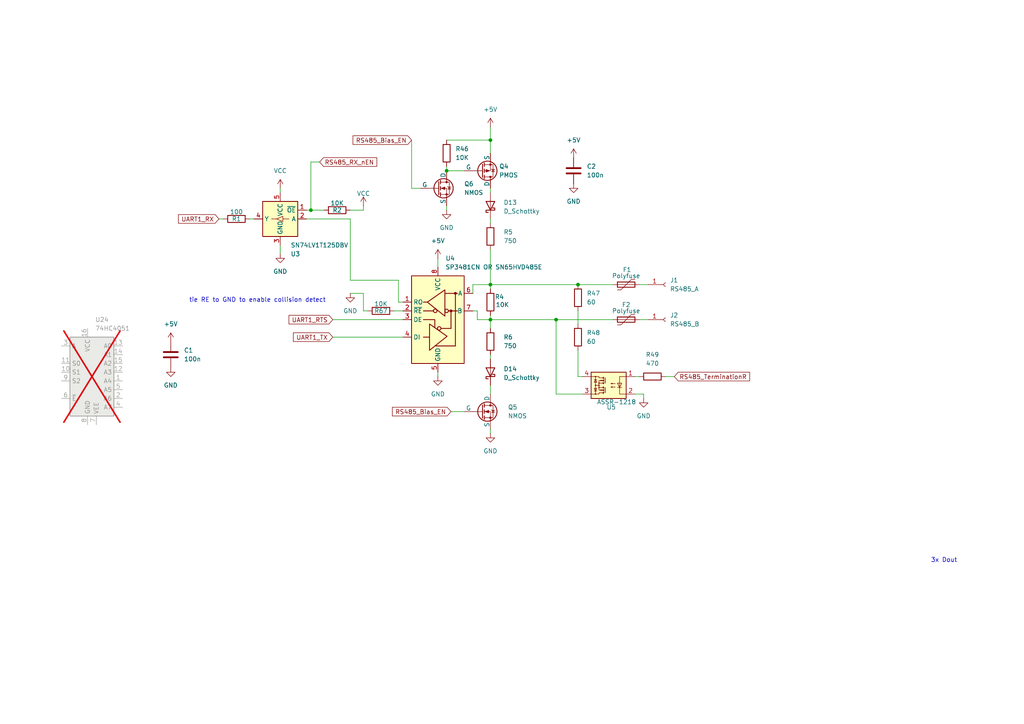
<source format=kicad_sch>
(kicad_sch (version 20231120) (generator "eeschema") (generator_version "8.0")
  (paper "A4")
  (lib_symbols
    (symbol "74xx:74HC4051"
      (property "Reference" "U" (at -5.08 11.43 0))
      (property "Value" "74HC4051" (at -7.62 -13.97 0))
      (symbol "74HC4051_0_1"
        (rectangle (start -5.08 10.16) (end 7.62 -12.7) (stroke (width 0.254)) (fill (type background)))
      )
      (symbol "74HC4051_1_1"
        (pin passive line (at 10.16 -2.54 180) (length 2.54) (name "A4") (number "1"))
        (pin input line (at -7.62 0 0) (length 2.54) (name "S1") (number "10"))
        (pin input line (at -7.62 2.54 0) (length 2.54) (name "S0") (number "11"))
        (pin passive line (at 10.16 0 180) (length 2.54) (name "A3") (number "12"))
        (pin passive line (at 10.16 7.62 180) (length 2.54) (name "A0") (number "13"))
        (pin passive line (at 10.16 5.08 180) (length 2.54) (name "A1") (number "14"))
        (pin passive line (at 10.16 2.54 180) (length 2.54) (name "A2") (number "15"))
        (pin power_in line (at 0 12.7 270) (length 2.54) (name "VCC") (number "16"))
        (pin passive line (at 10.16 -7.62 180) (length 2.54) (name "A6") (number "2"))
        (pin passive line (at -7.62 7.62 0) (length 2.54) (name "A") (number "3"))
        (pin passive line (at 10.16 -10.16 180) (length 2.54) (name "A7") (number "4"))
        (pin passive line (at 10.16 -5.08 180) (length 2.54) (name "A5") (number "5"))
        (pin input line (at -7.62 -7.62 0) (length 2.54) (name "~{E}") (number "6"))
        (pin power_in line (at 2.54 -15.24 90) (length 2.54) (name "VEE") (number "7"))
        (pin power_in line (at 0 -15.24 90) (length 2.54) (name "GND") (number "8"))
        (pin input line (at -7.62 -2.54 0) (length 2.54) (name "S2") (number "9"))
      )
    )
    (symbol "Connector:Conn_01x01_Socket" (pin_names (offset 1.016) hide)
      (property "Reference" "J" (at 0 2.54 0))
      (property "Value" "Conn_01x01_Socket" (at 0 -2.54 0))
      (symbol "Conn_01x01_Socket_1_1"
        (polyline (pts (xy -1.27 0) (xy -0.508 0)) (stroke (width 0.1524)))
        (arc (start 0 0.508) (mid -0.5058 0) (end 0 -0.508) (stroke (width 0.1524)))
        (pin passive line (at -5.08 0 0) (length 3.81) (name "Pin_1") (number "1"))
      )
    )
    (symbol "Device:C" (pin_numbers hide) (pin_names (offset 0.254))
      (property "Reference" "C" (at 0.635 2.54 0))
      (property "Value" "C" (at 0.635 -2.54 0))
      (symbol "C_0_1"
        (polyline (pts (xy -2.032 -0.762) (xy 2.032 -0.762)) (stroke (width 0.508)))
        (polyline (pts (xy -2.032 0.762) (xy 2.032 0.762)) (stroke (width 0.508)))
      )
      (symbol "C_1_1"
        (pin passive line (at 0 3.81 270) (length 2.794) (name "~") (number "1"))
        (pin passive line (at 0 -3.81 90) (length 2.794) (name "~") (number "2"))
      )
    )
    (symbol "Device:D_Schottky" (pin_numbers hide) (pin_names (offset 1.016) hide)
      (property "Reference" "D" (at 0 2.54 0))
      (property "Value" "D_Schottky" (at 0 -2.54 0))
      (symbol "D_Schottky_0_1"
        (polyline (pts (xy 1.27 0) (xy -1.27 0)))
        (polyline (pts (xy 1.27 1.27) (xy 1.27 -1.27) (xy -1.27 0) (xy 1.27 1.27)) (stroke (width 0.254)))
        (polyline (pts (xy -1.905 0.635) (xy -1.905 1.27) (xy -1.27 1.27) (xy -1.27 -1.27) (xy -0.635 -1.27) (xy -0.635 -0.635)) (stroke (width 0.254)))
      )
      (symbol "D_Schottky_1_1"
        (pin passive line (at -3.81 0 0) (length 2.54) (name "K") (number "1"))
        (pin passive line (at 3.81 0 180) (length 2.54) (name "A") (number "2"))
      )
    )
    (symbol "Device:Polyfuse" (pin_numbers hide) (pin_names (offset 0))
      (property "Reference" "F" (at -2.54 0 90))
      (property "Value" "Polyfuse" (at 2.54 0 90))
      (symbol "Polyfuse_0_1"
        (rectangle (start -0.762 2.54) (end 0.762 -2.54) (stroke (width 0.254)))
        (polyline (pts (xy 0 2.54) (xy 0 -2.54)))
        (polyline (pts (xy -1.524 2.54) (xy -1.524 1.524) (xy 1.524 -1.524) (xy 1.524 -2.54)))
      )
      (symbol "Polyfuse_1_1"
        (pin passive line (at 0 3.81 270) (length 1.27) (name "~") (number "1"))
        (pin passive line (at 0 -3.81 90) (length 1.27) (name "~") (number "2"))
      )
    )
    (symbol "Device:R" (pin_numbers hide) (pin_names (offset 0))
      (property "Reference" "R" (at 2.032 0 90))
      (property "Value" "R" (at 0 0 90))
      (symbol "R_0_1"
        (rectangle (start -1.016 -2.54) (end 1.016 2.54) (stroke (width 0.254)))
      )
      (symbol "R_1_1"
        (pin passive line (at 0 3.81 270) (length 1.27) (name "~") (number "1"))
        (pin passive line (at 0 -3.81 90) (length 1.27) (name "~") (number "2"))
      )
    )
    (symbol "Interface_UART:SP3481CN"
      (property "Reference" "U" (at -7.62 8.89 0))
      (property "Value" "SP3481CN" (at 2.54 8.89 0))
      (symbol "SP3481CN_0_1"
        (rectangle (start -7.62 12.7) (end 7.62 -12.7) (stroke (width 0.254)) (fill (type background)))
        (polyline (pts (xy -4.191 2.54) (xy -1.27 2.54)) (stroke (width 0.254)))
        (polyline (pts (xy -2.54 -5.08) (xy -4.191 -5.08)) (stroke (width 0.254)))
        (polyline (pts (xy -0.635 -7.62) (xy 5.08 -7.62)) (stroke (width 0.254)))
        (polyline (pts (xy 0.889 -2.54) (xy 3.81 -2.54)) (stroke (width 0.254)))
        (polyline (pts (xy 2.032 7.62) (xy 5.715 7.62)) (stroke (width 0.254)))
        (polyline (pts (xy 3.048 2.54) (xy 5.715 2.54)) (stroke (width 0.254)))
        (polyline (pts (xy 3.81 -2.54) (xy 3.81 2.54)) (stroke (width 0.254)))
        (polyline (pts (xy 5.08 -7.62) (xy 5.08 7.62)) (stroke (width 0.254)))
        (polyline (pts (xy -4.191 0) (xy -0.889 0) (xy -0.889 -2.286)) (stroke (width 0.254)))
        (polyline (pts (xy -3.175 5.08) (xy -4.191 5.08) (xy -4.064 5.08)) (stroke (width 0.254)))
        (polyline (pts (xy -2.413 -5.08) (xy -2.413 -1.27) (xy 2.667 -4.826) (xy -2.413 -8.89) (xy -2.413 -5.08)) (stroke (width 0.254)))
        (circle (center 0.381 -2.54) (radius 0.508) (stroke (width 0.254)))
        (circle (center 3.81 2.54) (radius 0.2794) (stroke (width 0.254)) (fill (type outline)))
      )
      (symbol "SP3481CN_1_1"
        (circle (center -0.762 2.54) (radius 0.508) (stroke (width 0.254)))
        (polyline (pts (xy 2.032 4.826) (xy 2.032 8.636) (xy -3.048 5.08) (xy 2.032 1.016) (xy 2.032 4.826)) (stroke (width 0.254)))
        (circle (center 2.54 2.54) (radius 0.508) (stroke (width 0.254)))
        (circle (center 5.08 7.62) (radius 0.2794) (stroke (width 0.254)) (fill (type outline)))
        (pin output line (at -10.16 5.08 0) (length 2.54) (name "RO") (number "1"))
        (pin input line (at -10.16 2.54 0) (length 2.54) (name "~{RE}") (number "2"))
        (pin input line (at -10.16 0 0) (length 2.54) (name "DE") (number "3"))
        (pin input line (at -10.16 -5.08 0) (length 2.54) (name "DI") (number "4"))
        (pin power_in line (at 0 -15.24 90) (length 2.54) (name "GND") (number "5"))
        (pin bidirectional line (at 10.16 7.62 180) (length 2.54) (name "A") (number "6"))
        (pin bidirectional line (at 10.16 2.54 180) (length 2.54) (name "B") (number "7"))
        (pin power_in line (at 0 15.24 270) (length 2.54) (name "VCC") (number "8"))
      )
    )
    (symbol "Logic_LevelTranslator:SN74LV1T125DBV"
      (property "Reference" "U" (at 5.08 6.35 0))
      (property "Value" "SN74LV1T125DBV" (at 5.08 3.81 0))
      (symbol "SN74LV1T125DBV_0_1"
        (rectangle (start -5.08 5.08) (end 5.08 -5.08) (stroke (width 0.254)) (fill (type background)))
        (polyline (pts (xy -0.762 0) (xy -2.54 0)))
        (polyline (pts (xy 1.016 0) (xy 2.54 0)))
      )
      (symbol "SN74LV1T125DBV_1_1"
        (polyline (pts (xy -0.762 -0.762) (xy -0.762 0.762) (xy 1.016 0) (xy -0.762 -0.762)))
        (pin input line (at -7.62 2.54 0) (length 2.54) (name "~{OE}") (number "1"))
        (pin input line (at -7.62 0 0) (length 2.54) (name "A") (number "2"))
        (pin power_in line (at 0 -7.62 90) (length 2.54) (name "GND") (number "3"))
        (pin output line (at 7.62 0 180) (length 2.54) (name "Y") (number "4"))
        (pin power_in line (at 0 7.62 270) (length 2.54) (name "VCC") (number "5"))
      )
    )
    (symbol "Relay_SolidState:ASSR-1218"
      (property "Reference" "U" (at -5.08 5.08 0))
      (property "Value" "ASSR-1218" (at 0 5.08 0))
      (symbol "ASSR-1218_0_1"
        (rectangle (start -5.08 3.81) (end 5.08 -3.81) (stroke (width 0.254)) (fill (type background)))
        (polyline (pts (xy -3.81 -0.635) (xy -2.54 -0.635)))
        (polyline (pts (xy 1.016 -0.635) (xy 1.016 -2.159)) (stroke (width 0.2032)))
        (polyline (pts (xy 1.016 2.159) (xy 1.016 0.635)) (stroke (width 0.2032)))
        (polyline (pts (xy 1.524 -0.508) (xy 1.524 -0.762)) (stroke (width 0.3556)))
        (polyline (pts (xy 2.794 0) (xy 3.81 0)))
        (polyline (pts (xy 3.429 -1.651) (xy 4.191 -1.651)))
        (polyline (pts (xy 3.429 1.651) (xy 4.191 1.651)))
        (polyline (pts (xy 3.81 -2.54) (xy 3.81 2.54)))
        (polyline (pts (xy 1.524 -2.032) (xy 1.524 -2.286) (xy 1.524 -2.286)) (stroke (width 0.3556)))
        (polyline (pts (xy 1.524 -1.27) (xy 1.524 -1.524) (xy 1.524 -1.524)) (stroke (width 0.3556)))
        (polyline (pts (xy 1.524 0.762) (xy 1.524 0.508) (xy 1.524 0.508)) (stroke (width 0.3556)))
        (polyline (pts (xy 1.524 1.524) (xy 1.524 1.27) (xy 1.524 1.27)) (stroke (width 0.3556)))
        (polyline (pts (xy 1.524 2.286) (xy 1.524 2.032) (xy 1.524 2.032)) (stroke (width 0.3556)))
        (polyline (pts (xy 1.651 -1.397) (xy 2.794 -1.397) (xy 2.794 -0.635)))
        (polyline (pts (xy 1.651 1.397) (xy 2.794 1.397) (xy 2.794 0.635)))
        (polyline (pts (xy -5.08 2.54) (xy -3.175 2.54) (xy -3.175 -2.54) (xy -5.08 -2.54)))
        (polyline (pts (xy -3.175 -0.635) (xy -3.81 0.635) (xy -2.54 0.635) (xy -3.175 -0.635)))
        (polyline (pts (xy 1.651 -2.159) (xy 2.794 -2.159) (xy 2.794 -2.54) (xy 5.08 -2.54)))
        (polyline (pts (xy 1.651 -0.635) (xy 2.794 -0.635) (xy 2.794 0.635) (xy 1.651 0.635)))
        (polyline (pts (xy 1.651 2.159) (xy 2.794 2.159) (xy 2.794 2.54) (xy 5.08 2.54)))
        (polyline (pts (xy 1.778 -1.397) (xy 2.286 -1.27) (xy 2.286 -1.524) (xy 1.778 -1.397)))
        (polyline (pts (xy 1.778 1.397) (xy 2.286 1.524) (xy 2.286 1.27) (xy 1.778 1.397)))
        (polyline (pts (xy 3.81 -1.651) (xy 3.429 -0.889) (xy 4.191 -0.889) (xy 3.81 -1.651)))
        (polyline (pts (xy 3.81 1.651) (xy 3.429 0.889) (xy 4.191 0.889) (xy 3.81 1.651)))
        (polyline (pts (xy -1.905 -0.508) (xy -0.635 -0.508) (xy -1.016 -0.635) (xy -1.016 -0.381) (xy -0.635 -0.508)))
        (polyline (pts (xy -1.905 0.508) (xy -0.635 0.508) (xy -1.016 0.381) (xy -1.016 0.635) (xy -0.635 0.508)))
        (circle (center 2.794 -0.635) (radius 0.127))
        (circle (center 2.794 0) (radius 0.127))
        (circle (center 2.794 0.635) (radius 0.127))
        (circle (center 3.81 -2.54) (radius 0.127))
        (circle (center 3.81 0) (radius 0.127))
        (circle (center 3.81 2.54) (radius 0.127))
      )
      (symbol "ASSR-1218_1_1"
        (pin passive line (at -7.62 2.54 0) (length 2.54) (name "~") (number "1"))
        (pin passive line (at -7.62 -2.54 0) (length 2.54) (name "~") (number "2"))
        (pin passive line (at 7.62 -2.54 180) (length 2.54) (name "~") (number "3"))
        (pin passive line (at 7.62 2.54 180) (length 2.54) (name "~") (number "4"))
      )
    )
    (symbol "Simulation_SPICE:NMOS" (pin_numbers hide) (pin_names (offset 0))
      (property "Reference" "Q" (at 5.08 1.27 0))
      (property "Value" "NMOS" (at 5.08 -1.27 0))
      (symbol "NMOS_0_1"
        (polyline (pts (xy 0.254 0) (xy -2.54 0)))
        (polyline (pts (xy 0.254 1.905) (xy 0.254 -1.905)) (stroke (width 0.254)))
        (polyline (pts (xy 0.762 -1.27) (xy 0.762 -2.286)) (stroke (width 0.254)))
        (polyline (pts (xy 0.762 0.508) (xy 0.762 -0.508)) (stroke (width 0.254)))
        (polyline (pts (xy 0.762 2.286) (xy 0.762 1.27)) (stroke (width 0.254)))
        (polyline (pts (xy 2.54 2.54) (xy 2.54 1.778)))
        (polyline (pts (xy 2.54 -2.54) (xy 2.54 0) (xy 0.762 0)))
        (polyline (pts (xy 0.762 -1.778) (xy 3.302 -1.778) (xy 3.302 1.778) (xy 0.762 1.778)))
        (polyline (pts (xy 1.016 0) (xy 2.032 0.381) (xy 2.032 -0.381) (xy 1.016 0)) (fill (type outline)))
        (polyline (pts (xy 2.794 0.508) (xy 2.921 0.381) (xy 3.683 0.381) (xy 3.81 0.254)))
        (polyline (pts (xy 3.302 0.381) (xy 2.921 -0.254) (xy 3.683 -0.254) (xy 3.302 0.381)))
        (circle (center 1.651 0) (radius 2.794) (stroke (width 0.254)))
        (circle (center 2.54 -1.778) (radius 0.254) (fill (type outline)))
        (circle (center 2.54 1.778) (radius 0.254) (fill (type outline)))
      )
      (symbol "NMOS_1_1"
        (pin passive line (at 2.54 5.08 270) (length 2.54) (name "D") (number "1"))
        (pin input line (at -5.08 0 0) (length 2.54) (name "G") (number "2"))
        (pin passive line (at 2.54 -5.08 90) (length 2.54) (name "S") (number "3"))
      )
    )
    (symbol "Simulation_SPICE:PMOS" (pin_numbers hide) (pin_names (offset 0))
      (property "Reference" "Q" (at 5.08 1.27 0))
      (property "Value" "PMOS" (at 5.08 -1.27 0))
      (symbol "PMOS_0_1"
        (polyline (pts (xy 0.254 0) (xy -2.54 0)))
        (polyline (pts (xy 0.254 1.905) (xy 0.254 -1.905)) (stroke (width 0.254)))
        (polyline (pts (xy 0.762 -1.27) (xy 0.762 -2.286)) (stroke (width 0.254)))
        (polyline (pts (xy 0.762 0.508) (xy 0.762 -0.508)) (stroke (width 0.254)))
        (polyline (pts (xy 0.762 2.286) (xy 0.762 1.27)) (stroke (width 0.254)))
        (polyline (pts (xy 2.54 2.54) (xy 2.54 1.778)))
        (polyline (pts (xy 2.54 -2.54) (xy 2.54 0) (xy 0.762 0)))
        (polyline (pts (xy 0.762 1.778) (xy 3.302 1.778) (xy 3.302 -1.778) (xy 0.762 -1.778)))
        (polyline (pts (xy 2.286 0) (xy 1.27 0.381) (xy 1.27 -0.381) (xy 2.286 0)) (fill (type outline)))
        (polyline (pts (xy 2.794 -0.508) (xy 2.921 -0.381) (xy 3.683 -0.381) (xy 3.81 -0.254)))
        (polyline (pts (xy 3.302 -0.381) (xy 2.921 0.254) (xy 3.683 0.254) (xy 3.302 -0.381)))
        (circle (center 1.651 0) (radius 2.794) (stroke (width 0.254)))
        (circle (center 2.54 -1.778) (radius 0.254) (fill (type outline)))
        (circle (center 2.54 1.778) (radius 0.254) (fill (type outline)))
      )
      (symbol "PMOS_1_1"
        (pin passive line (at 2.54 5.08 270) (length 2.54) (name "D") (number "1"))
        (pin input line (at -5.08 0 0) (length 2.54) (name "G") (number "2"))
        (pin passive line (at 2.54 -5.08 90) (length 2.54) (name "S") (number "3"))
      )
    )
    (symbol "power:+5V" (power) (pin_numbers hide) (pin_names (offset 0) hide)
      (property "Value" "+5V" (at 0 3.556 0))
      (symbol "+5V_0_1"
        (polyline (pts (xy -0.762 1.27) (xy 0 2.54)))
        (polyline (pts (xy 0 0) (xy 0 2.54)))
        (polyline (pts (xy 0 2.54) (xy 0.762 1.27)))
      )
      (symbol "+5V_1_1"
        (pin power_in line (at 0 0 90) (length 0) (name "~") (number "1"))
      )
    )
    (symbol "power:GND" (power) (pin_numbers hide) (pin_names (offset 0) hide)
      (property "Value" "GND" (at 0 -3.81 0))
      (symbol "GND_0_1"
        (polyline (pts (xy 0 0) (xy 0 -1.27) (xy 1.27 -1.27) (xy 0 -2.54) (xy -1.27 -1.27) (xy 0 -1.27)))
      )
      (symbol "GND_1_1"
        (pin power_in line (at 0 0 270) (length 0) (name "~") (number "1"))
      )
    )
    (symbol "power:VCC" (power) (pin_numbers hide) (pin_names (offset 0) hide)
      (property "Value" "VCC" (at 0 3.556 0))
      (symbol "VCC_0_1"
        (polyline (pts (xy -0.762 1.27) (xy 0 2.54)))
        (polyline (pts (xy 0 0) (xy 0 2.54)))
        (polyline (pts (xy 0 2.54) (xy 0.762 1.27)))
      )
      (symbol "VCC_1_1"
        (pin power_in line (at 0 0 90) (length 0) (name "~") (number "1"))
      )
    )
  )
  (junction (at 142.24 92.71))
  (junction (at 129.54 49.53))
  (junction (at 90.17 60.96))
  (junction (at 142.24 82.55))
  (junction (at 167.64 82.55))
  (junction (at 161.29 92.71))
  (junction (at 142.24 40.64))
  (wire (pts (xy 142.24 92.71) (xy 138.43 92.71)))
  (wire (pts (xy 142.24 102.87) (xy 142.24 104.14)))
  (wire (pts (xy 167.64 109.22) (xy 168.91 109.22)))
  (wire (pts (xy 137.16 85.09) (xy 137.16 82.55)))
  (wire (pts (xy 115.57 87.63) (xy 116.84 87.63)))
  (wire (pts (xy 88.9 60.96) (xy 90.17 60.96)))
  (wire (pts (xy 96.52 92.71) (xy 116.84 92.71)))
  (wire (pts (xy 90.17 46.99) (xy 92.71 46.99)))
  (wire (pts (xy 138.43 90.17) (xy 137.16 90.17)))
  (wire (pts (xy 142.24 111.76) (xy 142.24 114.3)))
  (wire (pts (xy 142.24 63.5) (xy 142.24 64.77)))
  (wire (pts (xy 142.24 72.39) (xy 142.24 82.55)))
  (wire (pts (xy 119.38 40.64) (xy 119.38 54.61)))
  (wire (pts (xy 142.24 36.83) (xy 142.24 40.64)))
  (wire (pts (xy 127 74.93) (xy 127 77.47)))
  (wire (pts (xy 187.96 92.71) (xy 185.42 92.71)))
  (wire (pts (xy 142.24 92.71) (xy 161.29 92.71)))
  (wire (pts (xy 96.52 97.79) (xy 116.84 97.79)))
  (wire (pts (xy 114.3 90.17) (xy 116.84 90.17)))
  (wire (pts (xy 167.64 101.6) (xy 167.64 109.22)))
  (wire (pts (xy 130.81 119.38) (xy 134.62 119.38)))
  (wire (pts (xy 88.9 63.5) (xy 101.6 63.5)))
  (wire (pts (xy 184.15 114.3) (xy 186.69 114.3)))
  (wire (pts (xy 167.64 82.55) (xy 177.8 82.55)))
  (wire (pts (xy 105.41 85.09) (xy 101.6 85.09)))
  (wire (pts (xy 72.39 63.5) (xy 73.66 63.5)))
  (wire (pts (xy 81.28 54.61) (xy 81.28 55.88)))
  (wire (pts (xy 161.29 92.71) (xy 177.8 92.71)))
  (wire (pts (xy 129.54 40.64) (xy 142.24 40.64)))
  (wire (pts (xy 142.24 40.64) (xy 142.24 44.45)))
  (wire (pts (xy 90.17 46.99) (xy 90.17 60.96)))
  (wire (pts (xy 101.6 81.28) (xy 115.57 81.28)))
  (wire (pts (xy 129.54 48.26) (xy 129.54 49.53)))
  (wire (pts (xy 185.42 82.55) (xy 187.96 82.55)))
  (wire (pts (xy 142.24 54.61) (xy 142.24 55.88)))
  (wire (pts (xy 184.15 109.22) (xy 185.42 109.22)))
  (wire (pts (xy 168.91 114.3) (xy 161.29 114.3)))
  (wire (pts (xy 142.24 92.71) (xy 142.24 95.25)))
  (wire (pts (xy 105.41 60.96) (xy 101.6 60.96)))
  (wire (pts (xy 119.38 54.61) (xy 121.92 54.61)))
  (wire (pts (xy 142.24 91.44) (xy 142.24 92.71)))
  (wire (pts (xy 167.64 90.17) (xy 167.64 93.98)))
  (wire (pts (xy 90.17 60.96) (xy 93.98 60.96)))
  (wire (pts (xy 142.24 82.55) (xy 142.24 83.82)))
  (wire (pts (xy 127 107.95) (xy 127 109.22)))
  (wire (pts (xy 63.5 63.5) (xy 64.77 63.5)))
  (wire (pts (xy 161.29 114.3) (xy 161.29 92.71)))
  (wire (pts (xy 193.04 109.22) (xy 195.58 109.22)))
  (wire (pts (xy 138.43 92.71) (xy 138.43 90.17)))
  (wire (pts (xy 142.24 124.46) (xy 142.24 125.73)))
  (wire (pts (xy 142.24 82.55) (xy 167.64 82.55)))
  (wire (pts (xy 105.41 59.69) (xy 105.41 60.96)))
  (wire (pts (xy 106.68 90.17) (xy 105.41 90.17)))
  (wire (pts (xy 137.16 82.55) (xy 142.24 82.55)))
  (wire (pts (xy 115.57 81.28) (xy 115.57 87.63)))
  (wire (pts (xy 105.41 90.17) (xy 105.41 85.09)))
  (wire (pts (xy 186.69 114.3) (xy 186.69 115.57)))
  (wire (pts (xy 101.6 63.5) (xy 101.6 81.28)))
  (wire (pts (xy 129.54 59.69) (xy 129.54 60.96)))
  (wire (pts (xy 129.54 49.53) (xy 134.62 49.53)))
  (wire (pts (xy 81.28 71.12) (xy 81.28 73.66)))
  (text "tie RE to GND to enable collision detect" (at 74.676 87.122 0) (effects (font (size 1.27 1.27))))
  (text "3x Dout" (at 273.812 162.56 0) (effects (font (size 1.27 1.27))))
  (global_label "RS485_Bias_EN" (shape input) (at 130.81 119.38 180) (property "Intersheetrefs" "${INTERSHEET_REFS}" (at 113.2502 119.38 0) (effects (justify right))))
  (global_label "RS485_TerminationR" (shape input) (at 195.58 109.22 0) (property "Intersheetrefs" "${INTERSHEET_REFS}" (at 217.9778 109.22 0) (effects (justify left))))
  (global_label "RS485_RX_nEN" (shape input) (at 92.71 46.99 0) (property "Intersheetrefs" "${INTERSHEET_REFS}" (at 109.8464 46.99 0) (effects (justify left))))
  (global_label "UART1_RTS" (shape input) (at 96.52 92.71 180) (property "Intersheetrefs" "${INTERSHEET_REFS}" (at 83.2539 92.71 0) (effects (justify right))))
  (global_label "RS485_Bias_EN" (shape input) (at 119.38 40.64 180) (property "Intersheetrefs" "${INTERSHEET_REFS}" (at 101.8202 40.64 0) (effects (justify right))))
  (global_label "UART1_RX" (shape input) (at 63.5 63.5 180) (property "Intersheetrefs" "${INTERSHEET_REFS}" (at 51.2015 63.5 0) (effects (justify right))))
  (global_label "UART1_TX" (shape input) (at 96.52 97.79 180) (property "Intersheetrefs" "${INTERSHEET_REFS}" (at 84.5239 97.79 0) (effects (justify right))))
  (symbol (lib_id "Device:C") (at 49.53 102.87 0) (unit 1)
    (property "Reference" "C1" (at 53.34 101.5999 0) (effects (justify left)))
    (property "Value" "100n" (at 53.34 104.1399 0) (effects (justify left)))
    (property "Description" "Unpolarized capacitor" (effects (hide yes)))
  )
  (symbol (lib_id "Simulation_SPICE:NMOS") (at 127 54.61 0) (unit 1)
    (property "Reference" "Q6" (at 134.62 53.3399 0) (effects (justify left)))
    (property "Value" "NMOS" (at 134.62 55.8799 0) (effects (justify left)))
    (property "Datasheet" "https://ngspice.sourceforge.io/docs/ngspice-html-manual/manual.xhtml#cha_MOSFETs" (effects (hide yes)))
    (property "Description" "N-MOSFET transistor, drain/source/gate" (effects (hide yes)))
    (property "Sim.Device" "NMOS" (effects (hide yes)))
    (property "Sim.Type" "VDMOS" (effects (hide yes)))
    (property "Sim.Pins" "1=D 2=G 3=S" (effects (hide yes)))
  )
  (symbol (lib_id "Connector:Conn_01x01_Socket") (at 193.04 82.55 0) (unit 1)
    (property "Reference" "J1" (at 194.31 81.2799 0) (effects (justify left)))
    (property "Value" "RS485_A" (at 194.31 83.8199 0) (effects (justify left)))
    (property "Description" "Generic connector, single row, 01x01, script generated" (effects (hide yes)))
  )
  (symbol (lib_id "power:+5V") (at 49.53 99.06 0) (unit 1)
    (property "Reference" "#PWR01" (effects (hide yes)))
    (property "Value" "+5V" (at 49.53 93.98 0))
    (property "Description" "Power symbol creates a global label with name \"+5V\"" (effects (hide yes)))
  )
  (symbol (lib_id "power:+5V") (at 142.24 36.83 0) (unit 1)
    (property "Reference" "#PWR087" (effects (hide yes)))
    (property "Value" "+5V" (at 142.24 31.75 0))
    (property "Description" "Power symbol creates a global label with name \"+5V\"" (effects (hide yes)))
  )
  (symbol (lib_id "Device:R") (at 97.79 60.96 90) (unit 1)
    (property "Reference" "R2" (at 97.79 60.96 90))
    (property "Value" "10K" (at 97.79 58.928 90))
    (property "Description" "Resistor" (effects (hide yes)))
  )
  (symbol (lib_id "Device:R") (at 167.64 86.36 0) (unit 1)
    (property "Reference" "R47" (at 170.18 85.0899 0) (effects (justify left)))
    (property "Value" "60" (at 170.18 87.6299 0) (effects (justify left)))
    (property "Description" "Resistor" (effects (hide yes)))
  )
  (symbol (lib_id "Interface_UART:SP3481CN") (at 127 92.71 0) (unit 1)
    (property "Reference" "U4" (at 129.1941 74.93 0) (effects (justify left)))
    (property "Value" "SP3481CN OR SN65HVD485E" (at 129.1941 77.47 0) (effects (justify left)))
    (property "Footprint" "Package_SO:SOIC-8_3.9x4.9mm_P1.27mm" (effects (hide yes)))
    (property "Datasheet" "http://www.icbase.com/pdf/SPX/SPX00480106.pdf" (effects (hide yes)))
    (property "Description" "3.3V Low Power Half-Duplex RS-485 Transceiver 10Mbps, SOIC-8" (effects (hide yes)))
  )
  (symbol (lib_id "Device:R") (at 110.49 90.17 90) (unit 1)
    (property "Reference" "R67" (at 110.49 90.17 90))
    (property "Value" "10K" (at 110.49 88.138 90))
    (property "Description" "Resistor" (effects (hide yes)))
  )
  (symbol (lib_id "Device:Polyfuse") (at 181.61 92.71 90) (unit 1)
    (property "Reference" "F2" (at 181.61 88.392 90))
    (property "Value" "Polyfuse" (at 181.61 90.17 90))
    (property "Description" "Resettable fuse, polymeric positive temperature coefficient" (effects (hide yes)))
  )
  (symbol (lib_id "Device:R") (at 129.54 44.45 0) (unit 1)
    (property "Reference" "R46" (at 132.08 43.1799 0) (effects (justify left)))
    (property "Value" "10K" (at 132.08 45.7199 0) (effects (justify left)))
    (property "Description" "Resistor" (effects (hide yes)))
  )
  (symbol (lib_id "Device:R") (at 142.24 99.06 0) (unit 1)
    (property "Reference" "R6" (at 146.05 97.7899 0) (effects (justify left)))
    (property "Value" "750" (at 146.05 100.3299 0) (effects (justify left)))
    (property "Description" "Resistor" (effects (hide yes)))
  )
  (symbol (lib_id "power:VCC") (at 105.41 59.69 0) (unit 1)
    (property "Reference" "#PWR06" (effects (hide yes)))
    (property "Value" "VCC" (at 105.41 56.134 0))
    (property "Description" "Power symbol creates a global label with name \"VCC\"" (effects (hide yes)))
  )
  (symbol (lib_id "Device:R") (at 189.23 109.22 90) (unit 1)
    (property "Reference" "R49" (at 189.23 102.87 90))
    (property "Value" "470" (at 189.23 105.41 90))
    (property "Description" "Resistor" (effects (hide yes)))
  )
  (symbol (lib_id "Simulation_SPICE:PMOS") (at 139.7 49.53 0) (mirror x) (unit 1)
    (property "Reference" "Q4" (at 144.78 48.2599 0) (effects (justify left)))
    (property "Value" "PMOS" (at 144.78 50.7999 0) (effects (justify left)))
    (property "Datasheet" "https://ngspice.sourceforge.io/docs/ngspice-html-manual/manual.xhtml#cha_MOSFETs" (effects (hide yes)))
    (property "Description" "P-MOSFET transistor, drain/source/gate" (effects (hide yes)))
    (property "Sim.Device" "PMOS" (effects (hide yes)))
    (property "Sim.Type" "VDMOS" (effects (hide yes)))
    (property "Sim.Pins" "1=D 2=G 3=S" (effects (hide yes)))
  )
  (symbol (lib_id "power:GND") (at 81.28 73.66 0) (unit 1)
    (property "Reference" "#PWR04" (effects (hide yes)))
    (property "Value" "GND" (at 81.28 78.74 0))
    (property "Description" "Power symbol creates a global label with name \"GND\" , ground" (effects (hide yes)))
  )
  (symbol (lib_id "power:GND") (at 49.53 106.68 0) (unit 1)
    (property "Reference" "#PWR02" (effects (hide yes)))
    (property "Value" "GND" (at 49.53 111.76 0))
    (property "Description" "Power symbol creates a global label with name \"GND\" , ground" (effects (hide yes)))
  )
  (symbol (lib_id "Device:Polyfuse") (at 181.61 82.55 90) (unit 1)
    (property "Reference" "F1" (at 181.864 78.232 90))
    (property "Value" "Polyfuse" (at 181.61 80.01 90))
    (property "Description" "Resettable fuse, polymeric positive temperature coefficient" (effects (hide yes)))
  )
  (symbol (lib_id "power:VCC") (at 81.28 54.61 0) (unit 1)
    (property "Reference" "#PWR03" (effects (hide yes)))
    (property "Value" "VCC" (at 81.28 49.53 0))
    (property "Description" "Power symbol creates a global label with name \"VCC\"" (effects (hide yes)))
  )
  (symbol (lib_id "Simulation_SPICE:NMOS") (at 139.7 119.38 0) (unit 1)
    (property "Reference" "Q5" (at 147.32 118.1099 0) (effects (justify left)))
    (property "Value" "NMOS" (at 147.32 120.6499 0) (effects (justify left)))
    (property "Datasheet" "https://ngspice.sourceforge.io/docs/ngspice-html-manual/manual.xhtml#cha_MOSFETs" (effects (hide yes)))
    (property "Description" "N-MOSFET transistor, drain/source/gate" (effects (hide yes)))
    (property "Sim.Device" "NMOS" (effects (hide yes)))
    (property "Sim.Type" "VDMOS" (effects (hide yes)))
    (property "Sim.Pins" "1=D 2=G 3=S" (effects (hide yes)))
  )
  (symbol (lib_id "Device:R") (at 68.58 63.5 90) (unit 1)
    (property "Reference" "R1" (at 68.58 63.5 90))
    (property "Value" "100" (at 68.58 61.468 90))
    (property "Description" "Resistor" (effects (hide yes)))
  )
  (symbol (lib_id "Device:D_Schottky") (at 142.24 107.95 90) (unit 1)
    (property "Reference" "D14" (at 146.05 106.9974 90) (effects (justify right)))
    (property "Value" "D_Schottky" (at 146.05 109.5374 90) (effects (justify right)))
    (property "Description" "Schottky diode" (effects (hide yes)))
  )
  (symbol (lib_id "74xx:74HC4051") (at 25.4 107.95 0) (unit 1) (dnp yes)
    (property "Reference" "U24" (at 27.5941 92.71 0) (effects (justify left)))
    (property "Value" "74HC4051" (at 27.5941 95.25 0) (effects (justify left)))
    (property "Datasheet" "http://www.ti.com/lit/ds/symlink/cd74hc4051.pdf" (effects (hide yes)))
    (property "Description" "8-channel analog multiplexer/demultiplexer, DIP-16/SOIC-16/TSSOP-16" (effects (hide yes)))
  )
  (symbol (lib_id "Device:D_Schottky") (at 142.24 59.69 90) (unit 1)
    (property "Reference" "D13" (at 146.05 58.7374 90) (effects (justify right)))
    (property "Value" "D_Schottky" (at 146.05 61.2774 90) (effects (justify right)))
    (property "Description" "Schottky diode" (effects (hide yes)))
  )
  (symbol (lib_id "power:GND") (at 186.69 115.57 0) (unit 1)
    (property "Reference" "#PWR090" (effects (hide yes)))
    (property "Value" "GND" (at 186.69 120.65 0))
    (property "Description" "Power symbol creates a global label with name \"GND\" , ground" (effects (hide yes)))
  )
  (symbol (lib_id "power:GND") (at 129.54 60.96 0) (unit 1)
    (property "Reference" "#PWR089" (effects (hide yes)))
    (property "Value" "GND" (at 129.54 66.04 0))
    (property "Description" "Power symbol creates a global label with name \"GND\" , ground" (effects (hide yes)))
  )
  (symbol (lib_id "power:GND") (at 166.37 53.34 0) (unit 1)
    (property "Reference" "#PWR010" (effects (hide yes)))
    (property "Value" "GND" (at 166.37 58.42 0))
    (property "Description" "Power symbol creates a global label with name \"GND\" , ground" (effects (hide yes)))
  )
  (symbol (lib_id "power:+5V") (at 127 74.93 0) (unit 1)
    (property "Reference" "#PWR07" (effects (hide yes)))
    (property "Value" "+5V" (at 127 69.85 0))
    (property "Description" "Power symbol creates a global label with name \"+5V\"" (effects (hide yes)))
  )
  (symbol (lib_id "Device:R") (at 142.24 68.58 0) (unit 1)
    (property "Reference" "R5" (at 146.05 67.3099 0) (effects (justify left)))
    (property "Value" "750" (at 146.05 69.8499 0) (effects (justify left)))
    (property "Description" "Resistor" (effects (hide yes)))
  )
  (symbol (lib_id "Relay_SolidState:ASSR-1218") (at 176.53 111.76 0) (mirror y) (unit 1)
    (property "Reference" "U5" (at 177.292 118.11 0))
    (property "Value" "ASSR-1218" (at 178.816 116.586 0))
    (property "Footprint" "Package_SO:SO-4_4.4x4.3mm_P2.54mm" (effects (hide yes)))
    (property "Datasheet" "https://docs.broadcom.com/docs/AV02-0173EN" (effects (hide yes)))
    (property "Description" "Form A, Solid State Relay (Photo MOSFET) 60V, 0.2A, 10Ohm, SO-4" (effects (hide yes)))
  )
  (symbol (lib_id "power:GND") (at 142.24 125.73 0) (unit 1)
    (property "Reference" "#PWR088" (effects (hide yes)))
    (property "Value" "GND" (at 142.24 130.81 0))
    (property "Description" "Power symbol creates a global label with name \"GND\" , ground" (effects (hide yes)))
  )
  (symbol (lib_id "Device:C") (at 166.37 49.53 0) (unit 1)
    (property "Reference" "C2" (at 170.18 48.2599 0) (effects (justify left)))
    (property "Value" "100n" (at 170.18 50.7999 0) (effects (justify left)))
    (property "Description" "Unpolarized capacitor" (effects (hide yes)))
  )
  (symbol (lib_id "Device:R") (at 142.24 87.63 180) (unit 1)
    (property "Reference" "R4" (at 143.51 86.106 0) (effects (justify right)))
    (property "Value" "10K" (at 143.764 88.392 0) (effects (justify right)))
    (property "Description" "Resistor" (effects (hide yes)))
  )
  (symbol (lib_id "power:GND") (at 127 109.22 0) (unit 1)
    (property "Reference" "#PWR08" (effects (hide yes)))
    (property "Value" "GND" (at 127 114.3 0))
    (property "Description" "Power symbol creates a global label with name \"GND\" , ground" (effects (hide yes)))
  )
  (symbol (lib_id "Logic_LevelTranslator:SN74LV1T125DBV") (at 81.28 63.5 0) (mirror y) (unit 1)
    (property "Reference" "U3" (at 84.2965 73.66 0) (effects (justify right)))
    (property "Value" "SN74LV1T125DBV" (at 84.2965 71.12 0) (effects (justify right)))
    (property "Footprint" "Package_TO_SOT_SMD:SOT-23-5" (effects (hide yes)))
    (property "Datasheet" "https://www.ti.com/lit/ds/symlink/sn74lv1t125.pdf" (effects (hide yes)))
    (property "Description" "Single Power Supply, Single Buffer Gate with 3-State Output, CMOS Logic Level Shifter Level Shifter, SOT-23-5" (effects (hide yes)))
  )
  (symbol (lib_id "Device:R") (at 167.64 97.79 0) (unit 1)
    (property "Reference" "R48" (at 170.18 96.5199 0) (effects (justify left)))
    (property "Value" "60" (at 170.18 99.0599 0) (effects (justify left)))
    (property "Description" "Resistor" (effects (hide yes)))
  )
  (symbol (lib_id "Connector:Conn_01x01_Socket") (at 193.04 92.71 0) (unit 1)
    (property "Reference" "J2" (at 194.31 91.4399 0) (effects (justify left)))
    (property "Value" "RS485_B" (at 194.31 93.9799 0) (effects (justify left)))
    (property "Description" "Generic connector, single row, 01x01, script generated" (effects (hide yes)))
  )
  (symbol (lib_id "power:+5V") (at 166.37 45.72 0) (unit 1)
    (property "Reference" "#PWR09" (effects (hide yes)))
    (property "Value" "+5V" (at 166.37 40.64 0))
    (property "Description" "Power symbol creates a global label with name \"+5V\"" (effects (hide yes)))
  )
  (symbol (lib_id "power:GND") (at 101.6 85.09 0) (unit 1)
    (property "Reference" "#PWR0128" (effects (hide yes)))
    (property "Value" "GND" (at 101.6 90.17 0))
    (property "Description" "Power symbol creates a global label with name \"GND\" , ground" (effects (hide yes)))
  )
)
</source>
